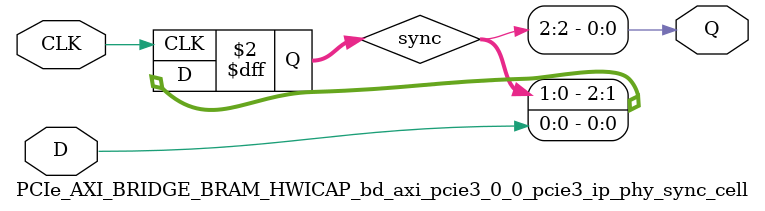
<source format=v>





`timescale 1ps / 1ps



//-------------------------------------------------------------------------------------------------
//  Synchronizer Library Module
//-------------------------------------------------------------------------------------------------
module PCIe_AXI_BRIDGE_BRAM_HWICAP_bd_axi_pcie3_0_0_pcie3_ip_phy_sync_cell #
(
    parameter integer STAGE = 2
)
(
    //-------------------------------------------------------------------------- 
    //  Input Ports
    //-------------------------------------------------------------------------- 
    input                               CLK,
    input                               D,
    
    //-------------------------------------------------------------------------- 
    //  Output Ports
    //-------------------------------------------------------------------------- 
    output                              Q
);

    //-------------------------------------------------------------------------- 
    //  Synchronized Signals
    //--------------------------------------------------------------------------  
    (* ASYNC_REG = "TRUE", SHIFT_EXTRACT = "NO" *) reg [STAGE:0] sync;                                                            



//--------------------------------------------------------------------------------------------------
//  Synchronizier
//--------------------------------------------------------------------------------------------------
always @ (posedge CLK)
begin

    sync <= {sync[(STAGE-1):0], D};
            
end   



//--------------------------------------------------------------------------------------------------
//  Generate Output
//--------------------------------------------------------------------------------------------------
assign Q = sync[STAGE];


endmodule


</source>
